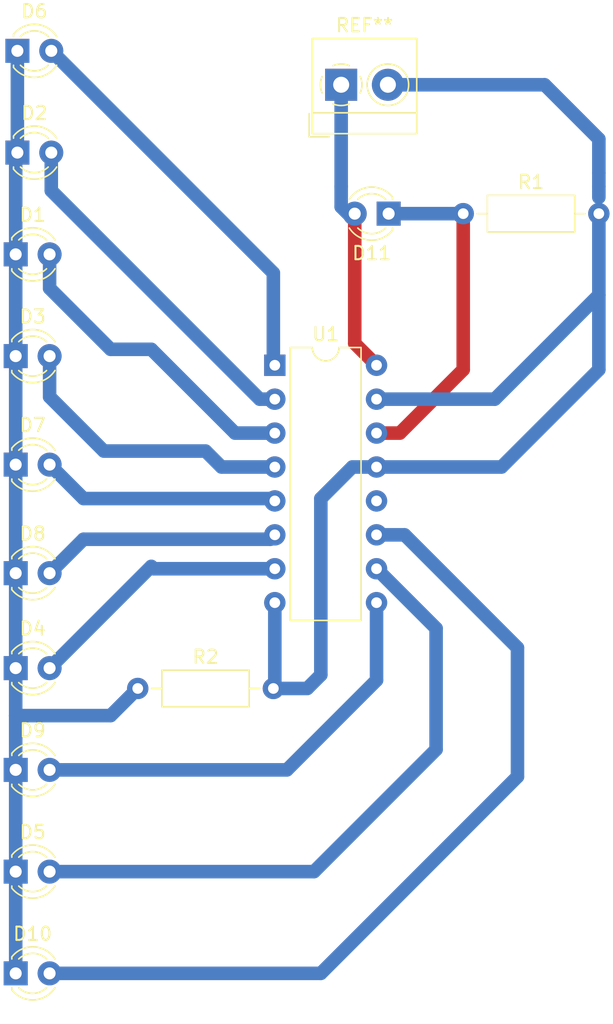
<source format=kicad_pcb>
(kicad_pcb (version 20171130) (host pcbnew "(5.1.10)-1")

  (general
    (thickness 1.6)
    (drawings 0)
    (tracks 77)
    (zones 0)
    (modules 15)
    (nets 16)
  )

  (page A4)
  (layers
    (0 F.Cu signal)
    (31 B.Cu signal)
    (32 B.Adhes user)
    (33 F.Adhes user)
    (34 B.Paste user)
    (35 F.Paste user)
    (36 B.SilkS user)
    (37 F.SilkS user)
    (38 B.Mask user)
    (39 F.Mask user)
    (40 Dwgs.User user)
    (41 Cmts.User user)
    (42 Eco1.User user)
    (43 Eco2.User user)
    (44 Edge.Cuts user)
    (45 Margin user)
    (46 B.CrtYd user)
    (47 F.CrtYd user)
    (48 B.Fab user)
    (49 F.Fab user)
  )

  (setup
    (last_trace_width 1.016)
    (user_trace_width 1.016)
    (trace_clearance 0.2)
    (zone_clearance 0.508)
    (zone_45_only no)
    (trace_min 0.2)
    (via_size 0.8)
    (via_drill 0.4)
    (via_min_size 0.4)
    (via_min_drill 0.3)
    (uvia_size 0.3)
    (uvia_drill 0.1)
    (uvias_allowed no)
    (uvia_min_size 0.2)
    (uvia_min_drill 0.1)
    (edge_width 0.05)
    (segment_width 0.2)
    (pcb_text_width 0.3)
    (pcb_text_size 1.5 1.5)
    (mod_edge_width 0.12)
    (mod_text_size 1 1)
    (mod_text_width 0.15)
    (pad_size 1.524 1.524)
    (pad_drill 0.762)
    (pad_to_mask_clearance 0)
    (aux_axis_origin 0 0)
    (visible_elements 7FFFFFFF)
    (pcbplotparams
      (layerselection 0x010fc_ffffffff)
      (usegerberextensions false)
      (usegerberattributes true)
      (usegerberadvancedattributes true)
      (creategerberjobfile true)
      (excludeedgelayer true)
      (linewidth 0.100000)
      (plotframeref false)
      (viasonmask false)
      (mode 1)
      (useauxorigin false)
      (hpglpennumber 1)
      (hpglpenspeed 20)
      (hpglpendiameter 15.000000)
      (psnegative false)
      (psa4output false)
      (plotreference true)
      (plotvalue true)
      (plotinvisibletext false)
      (padsonsilk false)
      (subtractmaskfromsilk false)
      (outputformat 1)
      (mirror false)
      (drillshape 1)
      (scaleselection 1)
      (outputdirectory ""))
  )

  (net 0 "")
  (net 1 "Net-(D1-Pad2)")
  (net 2 "Net-(D1-Pad1)")
  (net 3 "Net-(D2-Pad2)")
  (net 4 "Net-(D3-Pad2)")
  (net 5 "Net-(D4-Pad2)")
  (net 6 "Net-(D5-Pad2)")
  (net 7 "Net-(D6-Pad2)")
  (net 8 "Net-(D7-Pad2)")
  (net 9 "Net-(D8-Pad2)")
  (net 10 "Net-(D9-Pad2)")
  (net 11 "Net-(D10-Pad2)")
  (net 12 "Net-(D11-Pad1)")
  (net 13 VCC)
  (net 14 GND)
  (net 15 "Net-(U1-Pad12)")

  (net_class Default "This is the default net class."
    (clearance 0.2)
    (trace_width 0.25)
    (via_dia 0.8)
    (via_drill 0.4)
    (uvia_dia 0.3)
    (uvia_drill 0.1)
    (add_net GND)
    (add_net "Net-(D1-Pad1)")
    (add_net "Net-(D1-Pad2)")
    (add_net "Net-(D10-Pad2)")
    (add_net "Net-(D11-Pad1)")
    (add_net "Net-(D2-Pad2)")
    (add_net "Net-(D3-Pad2)")
    (add_net "Net-(D4-Pad2)")
    (add_net "Net-(D5-Pad2)")
    (add_net "Net-(D6-Pad2)")
    (add_net "Net-(D7-Pad2)")
    (add_net "Net-(D8-Pad2)")
    (add_net "Net-(D9-Pad2)")
    (add_net "Net-(U1-Pad12)")
    (add_net VCC)
  )

  (module TerminalBlock_4Ucon:TerminalBlock_4Ucon_1x02_P3.50mm_Horizontal (layer F.Cu) (tedit 5B294E91) (tstamp 61AE75E8)
    (at 125.476 72.644)
    (descr "Terminal Block 4Ucon ItemNo. 19963, 2 pins, pitch 3.5mm, size 7.7x7mm^2, drill diamater 1.2mm, pad diameter 2.4mm, see http://www.4uconnector.com/online/object/4udrawing/19963.pdf, script-generated using https://github.com/pointhi/kicad-footprint-generator/scripts/TerminalBlock_4Ucon")
    (tags "THT Terminal Block 4Ucon ItemNo. 19963 pitch 3.5mm size 7.7x7mm^2 drill 1.2mm pad 2.4mm")
    (fp_text reference REF** (at 1.75 -4.46) (layer F.SilkS)
      (effects (font (size 1 1) (thickness 0.15)))
    )
    (fp_text value TerminalBlock_4Ucon_1x02_P3.50mm_Horizontal (at 1.75 4.66) (layer F.Fab)
      (effects (font (size 1 1) (thickness 0.15)))
    )
    (fp_line (start 6.1 -3.9) (end -2.6 -3.9) (layer F.CrtYd) (width 0.05))
    (fp_line (start 6.1 4.1) (end 6.1 -3.9) (layer F.CrtYd) (width 0.05))
    (fp_line (start -2.6 4.1) (end 6.1 4.1) (layer F.CrtYd) (width 0.05))
    (fp_line (start -2.6 -3.9) (end -2.6 4.1) (layer F.CrtYd) (width 0.05))
    (fp_line (start -2.4 3.9) (end -0.9 3.9) (layer F.SilkS) (width 0.12))
    (fp_line (start -2.4 2.16) (end -2.4 3.9) (layer F.SilkS) (width 0.12))
    (fp_line (start 2.4 0.069) (end 2.4 -0.069) (layer F.Fab) (width 0.1))
    (fp_line (start 3.431 0.069) (end 2.4 0.069) (layer F.Fab) (width 0.1))
    (fp_line (start 3.431 1.1) (end 3.431 0.069) (layer F.Fab) (width 0.1))
    (fp_line (start 3.569 1.1) (end 3.431 1.1) (layer F.Fab) (width 0.1))
    (fp_line (start 3.569 0.069) (end 3.569 1.1) (layer F.Fab) (width 0.1))
    (fp_line (start 4.6 0.069) (end 3.569 0.069) (layer F.Fab) (width 0.1))
    (fp_line (start 4.6 -0.069) (end 4.6 0.069) (layer F.Fab) (width 0.1))
    (fp_line (start 3.569 -0.069) (end 4.6 -0.069) (layer F.Fab) (width 0.1))
    (fp_line (start 3.569 -1.1) (end 3.569 -0.069) (layer F.Fab) (width 0.1))
    (fp_line (start 3.431 -1.1) (end 3.569 -1.1) (layer F.Fab) (width 0.1))
    (fp_line (start 3.431 -0.069) (end 3.431 -1.1) (layer F.Fab) (width 0.1))
    (fp_line (start 2.4 -0.069) (end 3.431 -0.069) (layer F.Fab) (width 0.1))
    (fp_line (start -1.1 0.069) (end -1.1 -0.069) (layer F.Fab) (width 0.1))
    (fp_line (start -0.069 0.069) (end -1.1 0.069) (layer F.Fab) (width 0.1))
    (fp_line (start -0.069 1.1) (end -0.069 0.069) (layer F.Fab) (width 0.1))
    (fp_line (start 0.069 1.1) (end -0.069 1.1) (layer F.Fab) (width 0.1))
    (fp_line (start 0.069 0.069) (end 0.069 1.1) (layer F.Fab) (width 0.1))
    (fp_line (start 1.1 0.069) (end 0.069 0.069) (layer F.Fab) (width 0.1))
    (fp_line (start 1.1 -0.069) (end 1.1 0.069) (layer F.Fab) (width 0.1))
    (fp_line (start 0.069 -0.069) (end 1.1 -0.069) (layer F.Fab) (width 0.1))
    (fp_line (start 0.069 -1.1) (end 0.069 -0.069) (layer F.Fab) (width 0.1))
    (fp_line (start -0.069 -1.1) (end 0.069 -1.1) (layer F.Fab) (width 0.1))
    (fp_line (start -0.069 -0.069) (end -0.069 -1.1) (layer F.Fab) (width 0.1))
    (fp_line (start -1.1 -0.069) (end -0.069 -0.069) (layer F.Fab) (width 0.1))
    (fp_line (start 5.66 -3.46) (end 5.66 3.66) (layer F.SilkS) (width 0.12))
    (fp_line (start -2.16 -3.46) (end -2.16 3.66) (layer F.SilkS) (width 0.12))
    (fp_line (start -2.16 3.66) (end 5.66 3.66) (layer F.SilkS) (width 0.12))
    (fp_line (start -2.16 -3.46) (end 5.66 -3.46) (layer F.SilkS) (width 0.12))
    (fp_line (start -2.16 2.1) (end 5.66 2.1) (layer F.SilkS) (width 0.12))
    (fp_line (start -2.1 2.1) (end 5.6 2.1) (layer F.Fab) (width 0.1))
    (fp_line (start -2.1 2.1) (end -2.1 -3.4) (layer F.Fab) (width 0.1))
    (fp_line (start -0.6 3.6) (end -2.1 2.1) (layer F.Fab) (width 0.1))
    (fp_line (start 5.6 3.6) (end -0.6 3.6) (layer F.Fab) (width 0.1))
    (fp_line (start 5.6 -3.4) (end 5.6 3.6) (layer F.Fab) (width 0.1))
    (fp_line (start -2.1 -3.4) (end 5.6 -3.4) (layer F.Fab) (width 0.1))
    (fp_circle (center 3.5 0) (end 5.055 0) (layer F.SilkS) (width 0.12))
    (fp_circle (center 3.5 0) (end 4.875 0) (layer F.Fab) (width 0.1))
    (fp_circle (center 0 0) (end 1.375 0) (layer F.Fab) (width 0.1))
    (fp_text user %R (at 1.75 2.9) (layer F.Fab)
      (effects (font (size 1 1) (thickness 0.15)))
    )
    (fp_arc (start 0 0) (end -0.608 1.432) (angle -24) (layer F.SilkS) (width 0.12))
    (fp_arc (start 0 0) (end -1.432 -0.608) (angle -46) (layer F.SilkS) (width 0.12))
    (fp_arc (start 0 0) (end 0.608 -1.432) (angle -46) (layer F.SilkS) (width 0.12))
    (fp_arc (start 0 0) (end 1.432 0.608) (angle -46) (layer F.SilkS) (width 0.12))
    (fp_arc (start 0 0) (end 0 1.555) (angle -23) (layer F.SilkS) (width 0.12))
    (pad 2 thru_hole circle (at 3.5 0) (size 2.4 2.4) (drill 1.2) (layers *.Cu *.Mask))
    (pad 1 thru_hole rect (at 0 0) (size 2.4 2.4) (drill 1.2) (layers *.Cu *.Mask))
    (model ${KISYS3DMOD}/TerminalBlock_4Ucon.3dshapes/TerminalBlock_4Ucon_1x02_P3.50mm_Horizontal.wrl
      (at (xyz 0 0 0))
      (scale (xyz 1 1 1))
      (rotate (xyz 0 0 0))
    )
  )

  (module LED_THT:LED_D3.0mm (layer F.Cu) (tedit 587A3A7B) (tstamp 61AE0E49)
    (at 101.092 85.344)
    (descr "LED, diameter 3.0mm, 2 pins")
    (tags "LED diameter 3.0mm 2 pins")
    (path /61AB257B)
    (fp_text reference D1 (at 1.27 -2.96) (layer F.SilkS)
      (effects (font (size 1 1) (thickness 0.15)))
    )
    (fp_text value LED (at 1.27 2.96) (layer F.Fab)
      (effects (font (size 1 1) (thickness 0.15)))
    )
    (fp_line (start 3.7 -2.25) (end -1.15 -2.25) (layer F.CrtYd) (width 0.05))
    (fp_line (start 3.7 2.25) (end 3.7 -2.25) (layer F.CrtYd) (width 0.05))
    (fp_line (start -1.15 2.25) (end 3.7 2.25) (layer F.CrtYd) (width 0.05))
    (fp_line (start -1.15 -2.25) (end -1.15 2.25) (layer F.CrtYd) (width 0.05))
    (fp_line (start -0.29 1.08) (end -0.29 1.236) (layer F.SilkS) (width 0.12))
    (fp_line (start -0.29 -1.236) (end -0.29 -1.08) (layer F.SilkS) (width 0.12))
    (fp_line (start -0.23 -1.16619) (end -0.23 1.16619) (layer F.Fab) (width 0.1))
    (fp_circle (center 1.27 0) (end 2.77 0) (layer F.Fab) (width 0.1))
    (fp_arc (start 1.27 0) (end 0.229039 1.08) (angle -87.9) (layer F.SilkS) (width 0.12))
    (fp_arc (start 1.27 0) (end 0.229039 -1.08) (angle 87.9) (layer F.SilkS) (width 0.12))
    (fp_arc (start 1.27 0) (end -0.29 1.235516) (angle -108.8) (layer F.SilkS) (width 0.12))
    (fp_arc (start 1.27 0) (end -0.29 -1.235516) (angle 108.8) (layer F.SilkS) (width 0.12))
    (fp_arc (start 1.27 0) (end -0.23 -1.16619) (angle 284.3) (layer F.Fab) (width 0.1))
    (pad 2 thru_hole circle (at 2.54 0) (size 1.8 1.8) (drill 0.9) (layers *.Cu *.Mask)
      (net 1 "Net-(D1-Pad2)"))
    (pad 1 thru_hole rect (at 0 0) (size 1.8 1.8) (drill 0.9) (layers *.Cu *.Mask)
      (net 2 "Net-(D1-Pad1)"))
    (model ${KISYS3DMOD}/LED_THT.3dshapes/LED_D3.0mm.wrl
      (at (xyz 0 0 0))
      (scale (xyz 1 1 1))
      (rotate (xyz 0 0 0))
    )
  )

  (module LED_THT:LED_D3.0mm (layer F.Cu) (tedit 587A3A7B) (tstamp 61AE0E5C)
    (at 101.219 77.724)
    (descr "LED, diameter 3.0mm, 2 pins")
    (tags "LED diameter 3.0mm 2 pins")
    (path /61AB24AE)
    (fp_text reference D2 (at 1.27 -2.96) (layer F.SilkS)
      (effects (font (size 1 1) (thickness 0.15)))
    )
    (fp_text value LED (at 1.27 2.96) (layer F.Fab)
      (effects (font (size 1 1) (thickness 0.15)))
    )
    (fp_circle (center 1.27 0) (end 2.77 0) (layer F.Fab) (width 0.1))
    (fp_line (start -0.23 -1.16619) (end -0.23 1.16619) (layer F.Fab) (width 0.1))
    (fp_line (start -0.29 -1.236) (end -0.29 -1.08) (layer F.SilkS) (width 0.12))
    (fp_line (start -0.29 1.08) (end -0.29 1.236) (layer F.SilkS) (width 0.12))
    (fp_line (start -1.15 -2.25) (end -1.15 2.25) (layer F.CrtYd) (width 0.05))
    (fp_line (start -1.15 2.25) (end 3.7 2.25) (layer F.CrtYd) (width 0.05))
    (fp_line (start 3.7 2.25) (end 3.7 -2.25) (layer F.CrtYd) (width 0.05))
    (fp_line (start 3.7 -2.25) (end -1.15 -2.25) (layer F.CrtYd) (width 0.05))
    (fp_arc (start 1.27 0) (end -0.23 -1.16619) (angle 284.3) (layer F.Fab) (width 0.1))
    (fp_arc (start 1.27 0) (end -0.29 -1.235516) (angle 108.8) (layer F.SilkS) (width 0.12))
    (fp_arc (start 1.27 0) (end -0.29 1.235516) (angle -108.8) (layer F.SilkS) (width 0.12))
    (fp_arc (start 1.27 0) (end 0.229039 -1.08) (angle 87.9) (layer F.SilkS) (width 0.12))
    (fp_arc (start 1.27 0) (end 0.229039 1.08) (angle -87.9) (layer F.SilkS) (width 0.12))
    (pad 1 thru_hole rect (at 0 0) (size 1.8 1.8) (drill 0.9) (layers *.Cu *.Mask)
      (net 2 "Net-(D1-Pad1)"))
    (pad 2 thru_hole circle (at 2.54 0) (size 1.8 1.8) (drill 0.9) (layers *.Cu *.Mask)
      (net 3 "Net-(D2-Pad2)"))
    (model ${KISYS3DMOD}/LED_THT.3dshapes/LED_D3.0mm.wrl
      (at (xyz 0 0 0))
      (scale (xyz 1 1 1))
      (rotate (xyz 0 0 0))
    )
  )

  (module LED_THT:LED_D3.0mm (layer F.Cu) (tedit 587A3A7B) (tstamp 61AE0E6F)
    (at 101.092 92.964)
    (descr "LED, diameter 3.0mm, 2 pins")
    (tags "LED diameter 3.0mm 2 pins")
    (path /61AB23E1)
    (fp_text reference D3 (at 1.27 -2.96) (layer F.SilkS)
      (effects (font (size 1 1) (thickness 0.15)))
    )
    (fp_text value LED (at 1.27 2.96) (layer F.Fab)
      (effects (font (size 1 1) (thickness 0.15)))
    )
    (fp_line (start 3.7 -2.25) (end -1.15 -2.25) (layer F.CrtYd) (width 0.05))
    (fp_line (start 3.7 2.25) (end 3.7 -2.25) (layer F.CrtYd) (width 0.05))
    (fp_line (start -1.15 2.25) (end 3.7 2.25) (layer F.CrtYd) (width 0.05))
    (fp_line (start -1.15 -2.25) (end -1.15 2.25) (layer F.CrtYd) (width 0.05))
    (fp_line (start -0.29 1.08) (end -0.29 1.236) (layer F.SilkS) (width 0.12))
    (fp_line (start -0.29 -1.236) (end -0.29 -1.08) (layer F.SilkS) (width 0.12))
    (fp_line (start -0.23 -1.16619) (end -0.23 1.16619) (layer F.Fab) (width 0.1))
    (fp_circle (center 1.27 0) (end 2.77 0) (layer F.Fab) (width 0.1))
    (fp_arc (start 1.27 0) (end 0.229039 1.08) (angle -87.9) (layer F.SilkS) (width 0.12))
    (fp_arc (start 1.27 0) (end 0.229039 -1.08) (angle 87.9) (layer F.SilkS) (width 0.12))
    (fp_arc (start 1.27 0) (end -0.29 1.235516) (angle -108.8) (layer F.SilkS) (width 0.12))
    (fp_arc (start 1.27 0) (end -0.29 -1.235516) (angle 108.8) (layer F.SilkS) (width 0.12))
    (fp_arc (start 1.27 0) (end -0.23 -1.16619) (angle 284.3) (layer F.Fab) (width 0.1))
    (pad 2 thru_hole circle (at 2.54 0) (size 1.8 1.8) (drill 0.9) (layers *.Cu *.Mask)
      (net 4 "Net-(D3-Pad2)"))
    (pad 1 thru_hole rect (at 0 0) (size 1.8 1.8) (drill 0.9) (layers *.Cu *.Mask)
      (net 2 "Net-(D1-Pad1)"))
    (model ${KISYS3DMOD}/LED_THT.3dshapes/LED_D3.0mm.wrl
      (at (xyz 0 0 0))
      (scale (xyz 1 1 1))
      (rotate (xyz 0 0 0))
    )
  )

  (module LED_THT:LED_D3.0mm (layer F.Cu) (tedit 587A3A7B) (tstamp 61AE0E82)
    (at 101.092 116.332)
    (descr "LED, diameter 3.0mm, 2 pins")
    (tags "LED diameter 3.0mm 2 pins")
    (path /61AB22FC)
    (fp_text reference D4 (at 1.27 -2.96) (layer F.SilkS)
      (effects (font (size 1 1) (thickness 0.15)))
    )
    (fp_text value LED (at 1.27 2.96) (layer F.Fab)
      (effects (font (size 1 1) (thickness 0.15)))
    )
    (fp_circle (center 1.27 0) (end 2.77 0) (layer F.Fab) (width 0.1))
    (fp_line (start -0.23 -1.16619) (end -0.23 1.16619) (layer F.Fab) (width 0.1))
    (fp_line (start -0.29 -1.236) (end -0.29 -1.08) (layer F.SilkS) (width 0.12))
    (fp_line (start -0.29 1.08) (end -0.29 1.236) (layer F.SilkS) (width 0.12))
    (fp_line (start -1.15 -2.25) (end -1.15 2.25) (layer F.CrtYd) (width 0.05))
    (fp_line (start -1.15 2.25) (end 3.7 2.25) (layer F.CrtYd) (width 0.05))
    (fp_line (start 3.7 2.25) (end 3.7 -2.25) (layer F.CrtYd) (width 0.05))
    (fp_line (start 3.7 -2.25) (end -1.15 -2.25) (layer F.CrtYd) (width 0.05))
    (fp_arc (start 1.27 0) (end -0.23 -1.16619) (angle 284.3) (layer F.Fab) (width 0.1))
    (fp_arc (start 1.27 0) (end -0.29 -1.235516) (angle 108.8) (layer F.SilkS) (width 0.12))
    (fp_arc (start 1.27 0) (end -0.29 1.235516) (angle -108.8) (layer F.SilkS) (width 0.12))
    (fp_arc (start 1.27 0) (end 0.229039 -1.08) (angle 87.9) (layer F.SilkS) (width 0.12))
    (fp_arc (start 1.27 0) (end 0.229039 1.08) (angle -87.9) (layer F.SilkS) (width 0.12))
    (pad 1 thru_hole rect (at 0 0) (size 1.8 1.8) (drill 0.9) (layers *.Cu *.Mask)
      (net 2 "Net-(D1-Pad1)"))
    (pad 2 thru_hole circle (at 2.54 0) (size 1.8 1.8) (drill 0.9) (layers *.Cu *.Mask)
      (net 5 "Net-(D4-Pad2)"))
    (model ${KISYS3DMOD}/LED_THT.3dshapes/LED_D3.0mm.wrl
      (at (xyz 0 0 0))
      (scale (xyz 1 1 1))
      (rotate (xyz 0 0 0))
    )
  )

  (module LED_THT:LED_D3.0mm (layer F.Cu) (tedit 587A3A7B) (tstamp 61AE0E95)
    (at 101.092 131.572)
    (descr "LED, diameter 3.0mm, 2 pins")
    (tags "LED diameter 3.0mm 2 pins")
    (path /61AB0DE5)
    (fp_text reference D5 (at 1.27 -2.96) (layer F.SilkS)
      (effects (font (size 1 1) (thickness 0.15)))
    )
    (fp_text value LED (at 1.27 2.96) (layer F.Fab)
      (effects (font (size 1 1) (thickness 0.15)))
    )
    (fp_circle (center 1.27 0) (end 2.77 0) (layer F.Fab) (width 0.1))
    (fp_line (start -0.23 -1.16619) (end -0.23 1.16619) (layer F.Fab) (width 0.1))
    (fp_line (start -0.29 -1.236) (end -0.29 -1.08) (layer F.SilkS) (width 0.12))
    (fp_line (start -0.29 1.08) (end -0.29 1.236) (layer F.SilkS) (width 0.12))
    (fp_line (start -1.15 -2.25) (end -1.15 2.25) (layer F.CrtYd) (width 0.05))
    (fp_line (start -1.15 2.25) (end 3.7 2.25) (layer F.CrtYd) (width 0.05))
    (fp_line (start 3.7 2.25) (end 3.7 -2.25) (layer F.CrtYd) (width 0.05))
    (fp_line (start 3.7 -2.25) (end -1.15 -2.25) (layer F.CrtYd) (width 0.05))
    (fp_arc (start 1.27 0) (end -0.23 -1.16619) (angle 284.3) (layer F.Fab) (width 0.1))
    (fp_arc (start 1.27 0) (end -0.29 -1.235516) (angle 108.8) (layer F.SilkS) (width 0.12))
    (fp_arc (start 1.27 0) (end -0.29 1.235516) (angle -108.8) (layer F.SilkS) (width 0.12))
    (fp_arc (start 1.27 0) (end 0.229039 -1.08) (angle 87.9) (layer F.SilkS) (width 0.12))
    (fp_arc (start 1.27 0) (end 0.229039 1.08) (angle -87.9) (layer F.SilkS) (width 0.12))
    (pad 1 thru_hole rect (at 0 0) (size 1.8 1.8) (drill 0.9) (layers *.Cu *.Mask)
      (net 2 "Net-(D1-Pad1)"))
    (pad 2 thru_hole circle (at 2.54 0) (size 1.8 1.8) (drill 0.9) (layers *.Cu *.Mask)
      (net 6 "Net-(D5-Pad2)"))
    (model ${KISYS3DMOD}/LED_THT.3dshapes/LED_D3.0mm.wrl
      (at (xyz 0 0 0))
      (scale (xyz 1 1 1))
      (rotate (xyz 0 0 0))
    )
  )

  (module LED_THT:LED_D3.0mm (layer F.Cu) (tedit 587A3A7B) (tstamp 61AE0EA8)
    (at 101.219 70.104)
    (descr "LED, diameter 3.0mm, 2 pins")
    (tags "LED diameter 3.0mm 2 pins")
    (path /61AB2FE6)
    (fp_text reference D6 (at 1.27 -2.96) (layer F.SilkS)
      (effects (font (size 1 1) (thickness 0.15)))
    )
    (fp_text value LED (at 1.27 2.96) (layer F.Fab)
      (effects (font (size 1 1) (thickness 0.15)))
    )
    (fp_circle (center 1.27 0) (end 2.77 0) (layer F.Fab) (width 0.1))
    (fp_line (start -0.23 -1.16619) (end -0.23 1.16619) (layer F.Fab) (width 0.1))
    (fp_line (start -0.29 -1.236) (end -0.29 -1.08) (layer F.SilkS) (width 0.12))
    (fp_line (start -0.29 1.08) (end -0.29 1.236) (layer F.SilkS) (width 0.12))
    (fp_line (start -1.15 -2.25) (end -1.15 2.25) (layer F.CrtYd) (width 0.05))
    (fp_line (start -1.15 2.25) (end 3.7 2.25) (layer F.CrtYd) (width 0.05))
    (fp_line (start 3.7 2.25) (end 3.7 -2.25) (layer F.CrtYd) (width 0.05))
    (fp_line (start 3.7 -2.25) (end -1.15 -2.25) (layer F.CrtYd) (width 0.05))
    (fp_arc (start 1.27 0) (end -0.23 -1.16619) (angle 284.3) (layer F.Fab) (width 0.1))
    (fp_arc (start 1.27 0) (end -0.29 -1.235516) (angle 108.8) (layer F.SilkS) (width 0.12))
    (fp_arc (start 1.27 0) (end -0.29 1.235516) (angle -108.8) (layer F.SilkS) (width 0.12))
    (fp_arc (start 1.27 0) (end 0.229039 -1.08) (angle 87.9) (layer F.SilkS) (width 0.12))
    (fp_arc (start 1.27 0) (end 0.229039 1.08) (angle -87.9) (layer F.SilkS) (width 0.12))
    (pad 1 thru_hole rect (at 0 0) (size 1.8 1.8) (drill 0.9) (layers *.Cu *.Mask)
      (net 2 "Net-(D1-Pad1)"))
    (pad 2 thru_hole circle (at 2.54 0) (size 1.8 1.8) (drill 0.9) (layers *.Cu *.Mask)
      (net 7 "Net-(D6-Pad2)"))
    (model ${KISYS3DMOD}/LED_THT.3dshapes/LED_D3.0mm.wrl
      (at (xyz 0 0 0))
      (scale (xyz 1 1 1))
      (rotate (xyz 0 0 0))
    )
  )

  (module LED_THT:LED_D3.0mm (layer F.Cu) (tedit 587A3A7B) (tstamp 61AE0EBB)
    (at 101.092 101.092)
    (descr "LED, diameter 3.0mm, 2 pins")
    (tags "LED diameter 3.0mm 2 pins")
    (path /61AB1E20)
    (fp_text reference D7 (at 1.27 -2.96) (layer F.SilkS)
      (effects (font (size 1 1) (thickness 0.15)))
    )
    (fp_text value LED (at 1.27 2.96) (layer F.Fab)
      (effects (font (size 1 1) (thickness 0.15)))
    )
    (fp_line (start 3.7 -2.25) (end -1.15 -2.25) (layer F.CrtYd) (width 0.05))
    (fp_line (start 3.7 2.25) (end 3.7 -2.25) (layer F.CrtYd) (width 0.05))
    (fp_line (start -1.15 2.25) (end 3.7 2.25) (layer F.CrtYd) (width 0.05))
    (fp_line (start -1.15 -2.25) (end -1.15 2.25) (layer F.CrtYd) (width 0.05))
    (fp_line (start -0.29 1.08) (end -0.29 1.236) (layer F.SilkS) (width 0.12))
    (fp_line (start -0.29 -1.236) (end -0.29 -1.08) (layer F.SilkS) (width 0.12))
    (fp_line (start -0.23 -1.16619) (end -0.23 1.16619) (layer F.Fab) (width 0.1))
    (fp_circle (center 1.27 0) (end 2.77 0) (layer F.Fab) (width 0.1))
    (fp_arc (start 1.27 0) (end 0.229039 1.08) (angle -87.9) (layer F.SilkS) (width 0.12))
    (fp_arc (start 1.27 0) (end 0.229039 -1.08) (angle 87.9) (layer F.SilkS) (width 0.12))
    (fp_arc (start 1.27 0) (end -0.29 1.235516) (angle -108.8) (layer F.SilkS) (width 0.12))
    (fp_arc (start 1.27 0) (end -0.29 -1.235516) (angle 108.8) (layer F.SilkS) (width 0.12))
    (fp_arc (start 1.27 0) (end -0.23 -1.16619) (angle 284.3) (layer F.Fab) (width 0.1))
    (pad 2 thru_hole circle (at 2.54 0) (size 1.8 1.8) (drill 0.9) (layers *.Cu *.Mask)
      (net 8 "Net-(D7-Pad2)"))
    (pad 1 thru_hole rect (at 0 0) (size 1.8 1.8) (drill 0.9) (layers *.Cu *.Mask)
      (net 2 "Net-(D1-Pad1)"))
    (model ${KISYS3DMOD}/LED_THT.3dshapes/LED_D3.0mm.wrl
      (at (xyz 0 0 0))
      (scale (xyz 1 1 1))
      (rotate (xyz 0 0 0))
    )
  )

  (module LED_THT:LED_D3.0mm (layer F.Cu) (tedit 587A3A7B) (tstamp 61AE0ECE)
    (at 101.092 109.22)
    (descr "LED, diameter 3.0mm, 2 pins")
    (tags "LED diameter 3.0mm 2 pins")
    (path /61AB3203)
    (fp_text reference D8 (at 1.27 -2.96) (layer F.SilkS)
      (effects (font (size 1 1) (thickness 0.15)))
    )
    (fp_text value LED (at 1.27 2.96) (layer F.Fab)
      (effects (font (size 1 1) (thickness 0.15)))
    )
    (fp_line (start 3.7 -2.25) (end -1.15 -2.25) (layer F.CrtYd) (width 0.05))
    (fp_line (start 3.7 2.25) (end 3.7 -2.25) (layer F.CrtYd) (width 0.05))
    (fp_line (start -1.15 2.25) (end 3.7 2.25) (layer F.CrtYd) (width 0.05))
    (fp_line (start -1.15 -2.25) (end -1.15 2.25) (layer F.CrtYd) (width 0.05))
    (fp_line (start -0.29 1.08) (end -0.29 1.236) (layer F.SilkS) (width 0.12))
    (fp_line (start -0.29 -1.236) (end -0.29 -1.08) (layer F.SilkS) (width 0.12))
    (fp_line (start -0.23 -1.16619) (end -0.23 1.16619) (layer F.Fab) (width 0.1))
    (fp_circle (center 1.27 0) (end 2.77 0) (layer F.Fab) (width 0.1))
    (fp_arc (start 1.27 0) (end 0.229039 1.08) (angle -87.9) (layer F.SilkS) (width 0.12))
    (fp_arc (start 1.27 0) (end 0.229039 -1.08) (angle 87.9) (layer F.SilkS) (width 0.12))
    (fp_arc (start 1.27 0) (end -0.29 1.235516) (angle -108.8) (layer F.SilkS) (width 0.12))
    (fp_arc (start 1.27 0) (end -0.29 -1.235516) (angle 108.8) (layer F.SilkS) (width 0.12))
    (fp_arc (start 1.27 0) (end -0.23 -1.16619) (angle 284.3) (layer F.Fab) (width 0.1))
    (pad 2 thru_hole circle (at 2.54 0) (size 1.8 1.8) (drill 0.9) (layers *.Cu *.Mask)
      (net 9 "Net-(D8-Pad2)"))
    (pad 1 thru_hole rect (at 0 0) (size 1.8 1.8) (drill 0.9) (layers *.Cu *.Mask)
      (net 2 "Net-(D1-Pad1)"))
    (model ${KISYS3DMOD}/LED_THT.3dshapes/LED_D3.0mm.wrl
      (at (xyz 0 0 0))
      (scale (xyz 1 1 1))
      (rotate (xyz 0 0 0))
    )
  )

  (module LED_THT:LED_D3.0mm (layer F.Cu) (tedit 587A3A7B) (tstamp 61AE0EE1)
    (at 101.092 123.952)
    (descr "LED, diameter 3.0mm, 2 pins")
    (tags "LED diameter 3.0mm 2 pins")
    (path /61AB3319)
    (fp_text reference D9 (at 1.27 -2.96) (layer F.SilkS)
      (effects (font (size 1 1) (thickness 0.15)))
    )
    (fp_text value LED (at 1.27 2.96) (layer F.Fab)
      (effects (font (size 1 1) (thickness 0.15)))
    )
    (fp_circle (center 1.27 0) (end 2.77 0) (layer F.Fab) (width 0.1))
    (fp_line (start -0.23 -1.16619) (end -0.23 1.16619) (layer F.Fab) (width 0.1))
    (fp_line (start -0.29 -1.236) (end -0.29 -1.08) (layer F.SilkS) (width 0.12))
    (fp_line (start -0.29 1.08) (end -0.29 1.236) (layer F.SilkS) (width 0.12))
    (fp_line (start -1.15 -2.25) (end -1.15 2.25) (layer F.CrtYd) (width 0.05))
    (fp_line (start -1.15 2.25) (end 3.7 2.25) (layer F.CrtYd) (width 0.05))
    (fp_line (start 3.7 2.25) (end 3.7 -2.25) (layer F.CrtYd) (width 0.05))
    (fp_line (start 3.7 -2.25) (end -1.15 -2.25) (layer F.CrtYd) (width 0.05))
    (fp_arc (start 1.27 0) (end -0.23 -1.16619) (angle 284.3) (layer F.Fab) (width 0.1))
    (fp_arc (start 1.27 0) (end -0.29 -1.235516) (angle 108.8) (layer F.SilkS) (width 0.12))
    (fp_arc (start 1.27 0) (end -0.29 1.235516) (angle -108.8) (layer F.SilkS) (width 0.12))
    (fp_arc (start 1.27 0) (end 0.229039 -1.08) (angle 87.9) (layer F.SilkS) (width 0.12))
    (fp_arc (start 1.27 0) (end 0.229039 1.08) (angle -87.9) (layer F.SilkS) (width 0.12))
    (pad 1 thru_hole rect (at 0 0) (size 1.8 1.8) (drill 0.9) (layers *.Cu *.Mask)
      (net 2 "Net-(D1-Pad1)"))
    (pad 2 thru_hole circle (at 2.54 0) (size 1.8 1.8) (drill 0.9) (layers *.Cu *.Mask)
      (net 10 "Net-(D9-Pad2)"))
    (model ${KISYS3DMOD}/LED_THT.3dshapes/LED_D3.0mm.wrl
      (at (xyz 0 0 0))
      (scale (xyz 1 1 1))
      (rotate (xyz 0 0 0))
    )
  )

  (module LED_THT:LED_D3.0mm (layer F.Cu) (tedit 587A3A7B) (tstamp 61AE0EF4)
    (at 101.092 139.192)
    (descr "LED, diameter 3.0mm, 2 pins")
    (tags "LED diameter 3.0mm 2 pins")
    (path /61AB3408)
    (fp_text reference D10 (at 1.27 -2.96) (layer F.SilkS)
      (effects (font (size 1 1) (thickness 0.15)))
    )
    (fp_text value LED (at 1.27 2.96) (layer F.Fab)
      (effects (font (size 1 1) (thickness 0.15)))
    )
    (fp_line (start 3.7 -2.25) (end -1.15 -2.25) (layer F.CrtYd) (width 0.05))
    (fp_line (start 3.7 2.25) (end 3.7 -2.25) (layer F.CrtYd) (width 0.05))
    (fp_line (start -1.15 2.25) (end 3.7 2.25) (layer F.CrtYd) (width 0.05))
    (fp_line (start -1.15 -2.25) (end -1.15 2.25) (layer F.CrtYd) (width 0.05))
    (fp_line (start -0.29 1.08) (end -0.29 1.236) (layer F.SilkS) (width 0.12))
    (fp_line (start -0.29 -1.236) (end -0.29 -1.08) (layer F.SilkS) (width 0.12))
    (fp_line (start -0.23 -1.16619) (end -0.23 1.16619) (layer F.Fab) (width 0.1))
    (fp_circle (center 1.27 0) (end 2.77 0) (layer F.Fab) (width 0.1))
    (fp_arc (start 1.27 0) (end 0.229039 1.08) (angle -87.9) (layer F.SilkS) (width 0.12))
    (fp_arc (start 1.27 0) (end 0.229039 -1.08) (angle 87.9) (layer F.SilkS) (width 0.12))
    (fp_arc (start 1.27 0) (end -0.29 1.235516) (angle -108.8) (layer F.SilkS) (width 0.12))
    (fp_arc (start 1.27 0) (end -0.29 -1.235516) (angle 108.8) (layer F.SilkS) (width 0.12))
    (fp_arc (start 1.27 0) (end -0.23 -1.16619) (angle 284.3) (layer F.Fab) (width 0.1))
    (pad 2 thru_hole circle (at 2.54 0) (size 1.8 1.8) (drill 0.9) (layers *.Cu *.Mask)
      (net 11 "Net-(D10-Pad2)"))
    (pad 1 thru_hole rect (at 0 0) (size 1.8 1.8) (drill 0.9) (layers *.Cu *.Mask)
      (net 2 "Net-(D1-Pad1)"))
    (model ${KISYS3DMOD}/LED_THT.3dshapes/LED_D3.0mm.wrl
      (at (xyz 0 0 0))
      (scale (xyz 1 1 1))
      (rotate (xyz 0 0 0))
    )
  )

  (module LED_THT:LED_D3.0mm (layer F.Cu) (tedit 587A3A7B) (tstamp 61AE0F07)
    (at 129.032 82.296 180)
    (descr "LED, diameter 3.0mm, 2 pins")
    (tags "LED diameter 3.0mm 2 pins")
    (path /61ADFE3B)
    (fp_text reference D11 (at 1.27 -2.96) (layer F.SilkS)
      (effects (font (size 1 1) (thickness 0.15)))
    )
    (fp_text value LED (at 1.27 2.96) (layer F.Fab)
      (effects (font (size 1 1) (thickness 0.15)))
    )
    (fp_circle (center 1.27 0) (end 2.77 0) (layer F.Fab) (width 0.1))
    (fp_line (start -0.23 -1.16619) (end -0.23 1.16619) (layer F.Fab) (width 0.1))
    (fp_line (start -0.29 -1.236) (end -0.29 -1.08) (layer F.SilkS) (width 0.12))
    (fp_line (start -0.29 1.08) (end -0.29 1.236) (layer F.SilkS) (width 0.12))
    (fp_line (start -1.15 -2.25) (end -1.15 2.25) (layer F.CrtYd) (width 0.05))
    (fp_line (start -1.15 2.25) (end 3.7 2.25) (layer F.CrtYd) (width 0.05))
    (fp_line (start 3.7 2.25) (end 3.7 -2.25) (layer F.CrtYd) (width 0.05))
    (fp_line (start 3.7 -2.25) (end -1.15 -2.25) (layer F.CrtYd) (width 0.05))
    (fp_arc (start 1.27 0) (end -0.23 -1.16619) (angle 284.3) (layer F.Fab) (width 0.1))
    (fp_arc (start 1.27 0) (end -0.29 -1.235516) (angle 108.8) (layer F.SilkS) (width 0.12))
    (fp_arc (start 1.27 0) (end -0.29 1.235516) (angle -108.8) (layer F.SilkS) (width 0.12))
    (fp_arc (start 1.27 0) (end 0.229039 -1.08) (angle 87.9) (layer F.SilkS) (width 0.12))
    (fp_arc (start 1.27 0) (end 0.229039 1.08) (angle -87.9) (layer F.SilkS) (width 0.12))
    (pad 1 thru_hole rect (at 0 0 180) (size 1.8 1.8) (drill 0.9) (layers *.Cu *.Mask)
      (net 12 "Net-(D11-Pad1)"))
    (pad 2 thru_hole circle (at 2.54 0 180) (size 1.8 1.8) (drill 0.9) (layers *.Cu *.Mask)
      (net 13 VCC))
    (model ${KISYS3DMOD}/LED_THT.3dshapes/LED_D3.0mm.wrl
      (at (xyz 0 0 0))
      (scale (xyz 1 1 1))
      (rotate (xyz 0 0 0))
    )
  )

  (module Resistor_THT:R_Axial_DIN0207_L6.3mm_D2.5mm_P10.16mm_Horizontal (layer F.Cu) (tedit 5AE5139B) (tstamp 61AE0F1E)
    (at 134.62 82.296)
    (descr "Resistor, Axial_DIN0207 series, Axial, Horizontal, pin pitch=10.16mm, 0.25W = 1/4W, length*diameter=6.3*2.5mm^2, http://cdn-reichelt.de/documents/datenblatt/B400/1_4W%23YAG.pdf")
    (tags "Resistor Axial_DIN0207 series Axial Horizontal pin pitch 10.16mm 0.25W = 1/4W length 6.3mm diameter 2.5mm")
    (path /61AB15D8)
    (fp_text reference R1 (at 5.08 -2.37) (layer F.SilkS)
      (effects (font (size 1 1) (thickness 0.15)))
    )
    (fp_text value 470 (at 5.08 2.37) (layer F.Fab)
      (effects (font (size 1 1) (thickness 0.15)))
    )
    (fp_line (start 1.93 -1.25) (end 1.93 1.25) (layer F.Fab) (width 0.1))
    (fp_line (start 1.93 1.25) (end 8.23 1.25) (layer F.Fab) (width 0.1))
    (fp_line (start 8.23 1.25) (end 8.23 -1.25) (layer F.Fab) (width 0.1))
    (fp_line (start 8.23 -1.25) (end 1.93 -1.25) (layer F.Fab) (width 0.1))
    (fp_line (start 0 0) (end 1.93 0) (layer F.Fab) (width 0.1))
    (fp_line (start 10.16 0) (end 8.23 0) (layer F.Fab) (width 0.1))
    (fp_line (start 1.81 -1.37) (end 1.81 1.37) (layer F.SilkS) (width 0.12))
    (fp_line (start 1.81 1.37) (end 8.35 1.37) (layer F.SilkS) (width 0.12))
    (fp_line (start 8.35 1.37) (end 8.35 -1.37) (layer F.SilkS) (width 0.12))
    (fp_line (start 8.35 -1.37) (end 1.81 -1.37) (layer F.SilkS) (width 0.12))
    (fp_line (start 1.04 0) (end 1.81 0) (layer F.SilkS) (width 0.12))
    (fp_line (start 9.12 0) (end 8.35 0) (layer F.SilkS) (width 0.12))
    (fp_line (start -1.05 -1.5) (end -1.05 1.5) (layer F.CrtYd) (width 0.05))
    (fp_line (start -1.05 1.5) (end 11.21 1.5) (layer F.CrtYd) (width 0.05))
    (fp_line (start 11.21 1.5) (end 11.21 -1.5) (layer F.CrtYd) (width 0.05))
    (fp_line (start 11.21 -1.5) (end -1.05 -1.5) (layer F.CrtYd) (width 0.05))
    (fp_text user %R (at 5.08 0) (layer F.Fab)
      (effects (font (size 1 1) (thickness 0.15)))
    )
    (pad 1 thru_hole circle (at 0 0) (size 1.6 1.6) (drill 0.8) (layers *.Cu *.Mask)
      (net 12 "Net-(D11-Pad1)"))
    (pad 2 thru_hole oval (at 10.16 0) (size 1.6 1.6) (drill 0.8) (layers *.Cu *.Mask)
      (net 14 GND))
    (model ${KISYS3DMOD}/Resistor_THT.3dshapes/R_Axial_DIN0207_L6.3mm_D2.5mm_P10.16mm_Horizontal.wrl
      (at (xyz 0 0 0))
      (scale (xyz 1 1 1))
      (rotate (xyz 0 0 0))
    )
  )

  (module Resistor_THT:R_Axial_DIN0207_L6.3mm_D2.5mm_P10.16mm_Horizontal (layer F.Cu) (tedit 5AE5139B) (tstamp 61AE1508)
    (at 110.236 117.856)
    (descr "Resistor, Axial_DIN0207 series, Axial, Horizontal, pin pitch=10.16mm, 0.25W = 1/4W, length*diameter=6.3*2.5mm^2, http://cdn-reichelt.de/documents/datenblatt/B400/1_4W%23YAG.pdf")
    (tags "Resistor Axial_DIN0207 series Axial Horizontal pin pitch 10.16mm 0.25W = 1/4W length 6.3mm diameter 2.5mm")
    (path /61AB84AA)
    (fp_text reference R2 (at 5.08 -2.37) (layer F.SilkS)
      (effects (font (size 1 1) (thickness 0.15)))
    )
    (fp_text value 470 (at 5.08 2.37) (layer F.Fab)
      (effects (font (size 1 1) (thickness 0.15)))
    )
    (fp_line (start 11.21 -1.5) (end -1.05 -1.5) (layer F.CrtYd) (width 0.05))
    (fp_line (start 11.21 1.5) (end 11.21 -1.5) (layer F.CrtYd) (width 0.05))
    (fp_line (start -1.05 1.5) (end 11.21 1.5) (layer F.CrtYd) (width 0.05))
    (fp_line (start -1.05 -1.5) (end -1.05 1.5) (layer F.CrtYd) (width 0.05))
    (fp_line (start 9.12 0) (end 8.35 0) (layer F.SilkS) (width 0.12))
    (fp_line (start 1.04 0) (end 1.81 0) (layer F.SilkS) (width 0.12))
    (fp_line (start 8.35 -1.37) (end 1.81 -1.37) (layer F.SilkS) (width 0.12))
    (fp_line (start 8.35 1.37) (end 8.35 -1.37) (layer F.SilkS) (width 0.12))
    (fp_line (start 1.81 1.37) (end 8.35 1.37) (layer F.SilkS) (width 0.12))
    (fp_line (start 1.81 -1.37) (end 1.81 1.37) (layer F.SilkS) (width 0.12))
    (fp_line (start 10.16 0) (end 8.23 0) (layer F.Fab) (width 0.1))
    (fp_line (start 0 0) (end 1.93 0) (layer F.Fab) (width 0.1))
    (fp_line (start 8.23 -1.25) (end 1.93 -1.25) (layer F.Fab) (width 0.1))
    (fp_line (start 8.23 1.25) (end 8.23 -1.25) (layer F.Fab) (width 0.1))
    (fp_line (start 1.93 1.25) (end 8.23 1.25) (layer F.Fab) (width 0.1))
    (fp_line (start 1.93 -1.25) (end 1.93 1.25) (layer F.Fab) (width 0.1))
    (fp_text user %R (at 5.08 0) (layer F.Fab)
      (effects (font (size 1 1) (thickness 0.15)))
    )
    (pad 2 thru_hole oval (at 10.16 0) (size 1.6 1.6) (drill 0.8) (layers *.Cu *.Mask)
      (net 14 GND))
    (pad 1 thru_hole circle (at 0 0) (size 1.6 1.6) (drill 0.8) (layers *.Cu *.Mask)
      (net 2 "Net-(D1-Pad1)"))
    (model ${KISYS3DMOD}/Resistor_THT.3dshapes/R_Axial_DIN0207_L6.3mm_D2.5mm_P10.16mm_Horizontal.wrl
      (at (xyz 0 0 0))
      (scale (xyz 1 1 1))
      (rotate (xyz 0 0 0))
    )
  )

  (module Package_DIP:DIP-16_W7.62mm (layer F.Cu) (tedit 5A02E8C5) (tstamp 61AE0F59)
    (at 120.505001 93.650001)
    (descr "16-lead though-hole mounted DIP package, row spacing 7.62 mm (300 mils)")
    (tags "THT DIP DIL PDIP 2.54mm 7.62mm 300mil")
    (path /61AB056D)
    (fp_text reference U1 (at 3.81 -2.33) (layer F.SilkS)
      (effects (font (size 1 1) (thickness 0.15)))
    )
    (fp_text value 4017 (at 3.81 20.11) (layer F.Fab)
      (effects (font (size 1 1) (thickness 0.15)))
    )
    (fp_line (start 1.635 -1.27) (end 6.985 -1.27) (layer F.Fab) (width 0.1))
    (fp_line (start 6.985 -1.27) (end 6.985 19.05) (layer F.Fab) (width 0.1))
    (fp_line (start 6.985 19.05) (end 0.635 19.05) (layer F.Fab) (width 0.1))
    (fp_line (start 0.635 19.05) (end 0.635 -0.27) (layer F.Fab) (width 0.1))
    (fp_line (start 0.635 -0.27) (end 1.635 -1.27) (layer F.Fab) (width 0.1))
    (fp_line (start 2.81 -1.33) (end 1.16 -1.33) (layer F.SilkS) (width 0.12))
    (fp_line (start 1.16 -1.33) (end 1.16 19.11) (layer F.SilkS) (width 0.12))
    (fp_line (start 1.16 19.11) (end 6.46 19.11) (layer F.SilkS) (width 0.12))
    (fp_line (start 6.46 19.11) (end 6.46 -1.33) (layer F.SilkS) (width 0.12))
    (fp_line (start 6.46 -1.33) (end 4.81 -1.33) (layer F.SilkS) (width 0.12))
    (fp_line (start -1.1 -1.55) (end -1.1 19.3) (layer F.CrtYd) (width 0.05))
    (fp_line (start -1.1 19.3) (end 8.7 19.3) (layer F.CrtYd) (width 0.05))
    (fp_line (start 8.7 19.3) (end 8.7 -1.55) (layer F.CrtYd) (width 0.05))
    (fp_line (start 8.7 -1.55) (end -1.1 -1.55) (layer F.CrtYd) (width 0.05))
    (fp_arc (start 3.81 -1.33) (end 2.81 -1.33) (angle -180) (layer F.SilkS) (width 0.12))
    (fp_text user %R (at 3.81 8.89) (layer F.Fab)
      (effects (font (size 1 1) (thickness 0.15)))
    )
    (pad 1 thru_hole rect (at 0 0) (size 1.6 1.6) (drill 0.8) (layers *.Cu *.Mask)
      (net 7 "Net-(D6-Pad2)"))
    (pad 9 thru_hole oval (at 7.62 17.78) (size 1.6 1.6) (drill 0.8) (layers *.Cu *.Mask)
      (net 10 "Net-(D9-Pad2)"))
    (pad 2 thru_hole oval (at 0 2.54) (size 1.6 1.6) (drill 0.8) (layers *.Cu *.Mask)
      (net 3 "Net-(D2-Pad2)"))
    (pad 10 thru_hole oval (at 7.62 15.24) (size 1.6 1.6) (drill 0.8) (layers *.Cu *.Mask)
      (net 6 "Net-(D5-Pad2)"))
    (pad 3 thru_hole oval (at 0 5.08) (size 1.6 1.6) (drill 0.8) (layers *.Cu *.Mask)
      (net 1 "Net-(D1-Pad2)"))
    (pad 11 thru_hole oval (at 7.62 12.7) (size 1.6 1.6) (drill 0.8) (layers *.Cu *.Mask)
      (net 11 "Net-(D10-Pad2)"))
    (pad 4 thru_hole oval (at 0 7.62) (size 1.6 1.6) (drill 0.8) (layers *.Cu *.Mask)
      (net 4 "Net-(D3-Pad2)"))
    (pad 12 thru_hole oval (at 7.62 10.16) (size 1.6 1.6) (drill 0.8) (layers *.Cu *.Mask)
      (net 15 "Net-(U1-Pad12)"))
    (pad 5 thru_hole oval (at 0 10.16) (size 1.6 1.6) (drill 0.8) (layers *.Cu *.Mask)
      (net 8 "Net-(D7-Pad2)"))
    (pad 13 thru_hole oval (at 7.62 7.62) (size 1.6 1.6) (drill 0.8) (layers *.Cu *.Mask)
      (net 14 GND))
    (pad 6 thru_hole oval (at 0 12.7) (size 1.6 1.6) (drill 0.8) (layers *.Cu *.Mask)
      (net 9 "Net-(D8-Pad2)"))
    (pad 14 thru_hole oval (at 7.62 5.08) (size 1.6 1.6) (drill 0.8) (layers *.Cu *.Mask)
      (net 12 "Net-(D11-Pad1)"))
    (pad 7 thru_hole oval (at 0 15.24) (size 1.6 1.6) (drill 0.8) (layers *.Cu *.Mask)
      (net 5 "Net-(D4-Pad2)"))
    (pad 15 thru_hole oval (at 7.62 2.54) (size 1.6 1.6) (drill 0.8) (layers *.Cu *.Mask)
      (net 14 GND))
    (pad 8 thru_hole oval (at 0 17.78) (size 1.6 1.6) (drill 0.8) (layers *.Cu *.Mask)
      (net 14 GND))
    (pad 16 thru_hole oval (at 7.62 0) (size 1.6 1.6) (drill 0.8) (layers *.Cu *.Mask)
      (net 13 VCC))
    (model ${KISYS3DMOD}/Package_DIP.3dshapes/DIP-16_W7.62mm.wrl
      (at (xyz 0 0 0))
      (scale (xyz 1 1 1))
      (rotate (xyz 0 0 0))
    )
  )

  (segment (start 128.976 72.644) (end 140.716 72.644) (width 1.016) (layer B.Cu) (net 0))
  (segment (start 140.716 72.644) (end 144.78 76.708) (width 1.016) (layer B.Cu) (net 0))
  (segment (start 125.476 72.644) (end 125.476 80.264) (width 1.016) (layer B.Cu) (net 0))
  (segment (start 144.78 76.708) (end 144.78 79.248) (width 1.016) (layer B.Cu) (net 0))
  (segment (start 144.78 79.248) (end 144.78 80.264) (width 1.016) (layer B.Cu) (net 0))
  (segment (start 125.476 80.264) (end 125.476 81.788) (width 1.016) (layer B.Cu) (net 0))
  (segment (start 125.476 81.788) (end 125.984 82.296) (width 1.016) (layer B.Cu) (net 0))
  (segment (start 144.78 80.264) (end 144.78 81.07999) (width 1.016) (layer B.Cu) (net 0))
  (segment (start 103.632 85.344) (end 103.632 87.884) (width 1.016) (layer B.Cu) (net 1))
  (segment (start 103.632 87.884) (end 108.204 92.456) (width 1.016) (layer B.Cu) (net 1))
  (segment (start 108.204 92.456) (end 111.252 92.456) (width 1.016) (layer B.Cu) (net 1))
  (segment (start 117.526001 98.730001) (end 120.505001 98.730001) (width 1.016) (layer B.Cu) (net 1))
  (segment (start 111.252 92.456) (end 117.526001 98.730001) (width 1.016) (layer B.Cu) (net 1))
  (segment (start 101.219 70.104) (end 101.219 77.724) (width 1.016) (layer B.Cu) (net 2))
  (segment (start 101.092 77.851) (end 101.219 77.724) (width 1.016) (layer B.Cu) (net 2))
  (segment (start 101.092 85.344) (end 101.092 77.851) (width 1.016) (layer B.Cu) (net 2))
  (segment (start 101.092 92.964) (end 101.092 85.344) (width 1.016) (layer B.Cu) (net 2))
  (segment (start 101.092 92.964) (end 101.092 101.092) (width 1.016) (layer B.Cu) (net 2))
  (segment (start 101.092 101.092) (end 101.092 109.22) (width 1.016) (layer B.Cu) (net 2))
  (segment (start 101.092 109.22) (end 101.092 116.332) (width 1.016) (layer B.Cu) (net 2))
  (segment (start 101.092 123.952) (end 101.092 131.572) (width 1.016) (layer B.Cu) (net 2))
  (segment (start 101.092 131.572) (end 101.092 139.192) (width 1.016) (layer B.Cu) (net 2))
  (segment (start 108.204 119.888) (end 110.236 117.856) (width 1.016) (layer B.Cu) (net 2))
  (segment (start 101.092 119.888) (end 108.204 119.888) (width 1.016) (layer B.Cu) (net 2))
  (segment (start 101.092 116.332) (end 101.092 119.888) (width 1.016) (layer B.Cu) (net 2))
  (segment (start 101.092 119.888) (end 101.092 123.952) (width 1.016) (layer B.Cu) (net 2))
  (segment (start 103.759 80.57537) (end 119.373631 96.190001) (width 1.016) (layer B.Cu) (net 3))
  (segment (start 119.373631 96.190001) (end 120.505001 96.190001) (width 1.016) (layer B.Cu) (net 3))
  (segment (start 103.759 77.724) (end 103.759 80.57537) (width 1.016) (layer B.Cu) (net 3))
  (segment (start 103.632 92.964) (end 103.632 96.012) (width 1.016) (layer B.Cu) (net 4))
  (segment (start 103.632 96.012) (end 107.696 100.076) (width 1.016) (layer B.Cu) (net 4))
  (segment (start 107.696 100.076) (end 115.316 100.076) (width 1.016) (layer B.Cu) (net 4))
  (segment (start 116.510001 101.270001) (end 120.505001 101.270001) (width 1.016) (layer B.Cu) (net 4))
  (segment (start 115.316 100.076) (end 116.510001 101.270001) (width 1.016) (layer B.Cu) (net 4))
  (segment (start 103.632 116.332) (end 111.252 108.712) (width 1.016) (layer B.Cu) (net 5))
  (segment (start 111.430001 108.890001) (end 120.505001 108.890001) (width 1.016) (layer B.Cu) (net 5))
  (segment (start 111.252 108.712) (end 111.430001 108.890001) (width 1.016) (layer B.Cu) (net 5))
  (segment (start 132.588 113.353) (end 128.125001 108.890001) (width 1.016) (layer B.Cu) (net 6))
  (segment (start 132.588 122.428) (end 132.588 113.353) (width 1.016) (layer B.Cu) (net 6))
  (segment (start 123.444 131.572) (end 132.588 122.428) (width 1.016) (layer B.Cu) (net 6))
  (segment (start 103.632 131.572) (end 123.444 131.572) (width 1.016) (layer B.Cu) (net 6))
  (segment (start 103.759 70.104) (end 120.396 86.741) (width 1.016) (layer B.Cu) (net 7))
  (segment (start 120.396 93.541) (end 120.505001 93.650001) (width 1.016) (layer B.Cu) (net 7))
  (segment (start 120.396 86.741) (end 120.396 93.541) (width 1.016) (layer B.Cu) (net 7))
  (segment (start 103.632 101.092) (end 106.172 103.632) (width 1.016) (layer B.Cu) (net 8))
  (segment (start 120.327 103.632) (end 120.505001 103.810001) (width 1.016) (layer B.Cu) (net 8))
  (segment (start 106.172 103.632) (end 120.327 103.632) (width 1.016) (layer B.Cu) (net 8))
  (segment (start 103.632 109.22) (end 106.172 106.68) (width 1.016) (layer B.Cu) (net 9))
  (segment (start 120.175002 106.68) (end 120.505001 106.350001) (width 1.016) (layer B.Cu) (net 9))
  (segment (start 106.172 106.68) (end 120.175002 106.68) (width 1.016) (layer B.Cu) (net 9))
  (segment (start 103.632 123.952) (end 121.412 123.952) (width 1.016) (layer B.Cu) (net 10))
  (segment (start 128.125001 117.238999) (end 128.125001 111.430001) (width 1.016) (layer B.Cu) (net 10))
  (segment (start 121.412 123.952) (end 128.125001 117.238999) (width 1.016) (layer B.Cu) (net 10))
  (segment (start 103.632 139.192) (end 123.952 139.192) (width 1.016) (layer B.Cu) (net 11))
  (segment (start 123.952 139.192) (end 138.684 124.46) (width 1.016) (layer B.Cu) (net 11))
  (segment (start 138.684 124.46) (end 138.684 114.808) (width 1.016) (layer B.Cu) (net 11))
  (segment (start 130.226001 106.350001) (end 128.125001 106.350001) (width 1.016) (layer B.Cu) (net 11))
  (segment (start 138.684 114.808) (end 130.226001 106.350001) (width 1.016) (layer B.Cu) (net 11))
  (segment (start 134.62 82.296) (end 129.032 82.296) (width 1.016) (layer B.Cu) (net 12))
  (segment (start 128.125001 98.730001) (end 129.869999 98.730001) (width 1.016) (layer F.Cu) (net 12))
  (segment (start 134.62 93.98) (end 134.62 82.296) (width 1.016) (layer F.Cu) (net 12))
  (segment (start 129.869999 98.730001) (end 134.62 93.98) (width 1.016) (layer F.Cu) (net 12))
  (segment (start 126.492 92.017) (end 128.125001 93.650001) (width 1.016) (layer F.Cu) (net 13))
  (segment (start 126.492 82.296) (end 126.492 92.017) (width 1.016) (layer F.Cu) (net 13))
  (segment (start 120.505001 117.746999) (end 120.396 117.856) (width 1.016) (layer B.Cu) (net 14))
  (segment (start 120.505001 111.430001) (end 120.505001 117.746999) (width 1.016) (layer B.Cu) (net 14))
  (segment (start 120.396 117.856) (end 122.936 117.856) (width 1.016) (layer B.Cu) (net 14))
  (segment (start 122.936 117.856) (end 123.952 116.84) (width 1.016) (layer B.Cu) (net 14))
  (segment (start 123.952 116.84) (end 123.952 103.632) (width 1.016) (layer B.Cu) (net 14))
  (segment (start 126.313999 101.270001) (end 128.125001 101.270001) (width 1.016) (layer B.Cu) (net 14))
  (segment (start 123.952 103.632) (end 126.313999 101.270001) (width 1.016) (layer B.Cu) (net 14))
  (segment (start 128.125001 101.270001) (end 137.489999 101.270001) (width 1.016) (layer B.Cu) (net 14))
  (segment (start 137.489999 101.270001) (end 144.78 93.98) (width 1.016) (layer B.Cu) (net 14))
  (segment (start 136.981999 96.190001) (end 144.78 88.392) (width 1.016) (layer B.Cu) (net 14))
  (segment (start 128.125001 96.190001) (end 136.981999 96.190001) (width 1.016) (layer B.Cu) (net 14))
  (segment (start 144.78 88.392) (end 144.78 82.296) (width 1.016) (layer B.Cu) (net 14))
  (segment (start 144.78 93.98) (end 144.78 88.392) (width 1.016) (layer B.Cu) (net 14))

)

</source>
